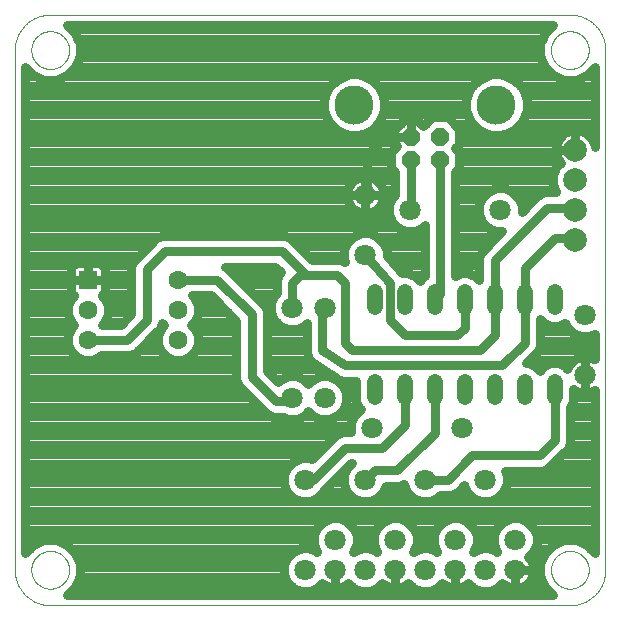
<source format=gbl>
G75*
%MOIN*%
%OFA0B0*%
%FSLAX25Y25*%
%IPPOS*%
%LPD*%
%AMOC8*
5,1,8,0,0,1.08239X$1,22.5*
%
%ADD10C,0.00000*%
%ADD11C,0.07087*%
%ADD12C,0.05200*%
%ADD13OC8,0.05740*%
%ADD14C,0.13055*%
%ADD15C,0.07874*%
%ADD16R,0.06299X0.06299*%
%ADD17C,0.06299*%
%ADD18C,0.03150*%
D10*
X0005724Y0017535D02*
X0005724Y0190764D01*
X0011236Y0190764D02*
X0011238Y0190922D01*
X0011244Y0191080D01*
X0011254Y0191238D01*
X0011268Y0191396D01*
X0011286Y0191553D01*
X0011307Y0191710D01*
X0011333Y0191866D01*
X0011363Y0192022D01*
X0011396Y0192177D01*
X0011434Y0192330D01*
X0011475Y0192483D01*
X0011520Y0192635D01*
X0011569Y0192786D01*
X0011622Y0192935D01*
X0011678Y0193083D01*
X0011738Y0193229D01*
X0011802Y0193374D01*
X0011870Y0193517D01*
X0011941Y0193659D01*
X0012015Y0193799D01*
X0012093Y0193936D01*
X0012175Y0194072D01*
X0012259Y0194206D01*
X0012348Y0194337D01*
X0012439Y0194466D01*
X0012534Y0194593D01*
X0012631Y0194718D01*
X0012732Y0194840D01*
X0012836Y0194959D01*
X0012943Y0195076D01*
X0013053Y0195190D01*
X0013166Y0195301D01*
X0013281Y0195410D01*
X0013399Y0195515D01*
X0013520Y0195617D01*
X0013643Y0195717D01*
X0013769Y0195813D01*
X0013897Y0195906D01*
X0014027Y0195996D01*
X0014160Y0196082D01*
X0014295Y0196166D01*
X0014431Y0196245D01*
X0014570Y0196322D01*
X0014711Y0196394D01*
X0014853Y0196464D01*
X0014997Y0196529D01*
X0015143Y0196591D01*
X0015290Y0196649D01*
X0015439Y0196704D01*
X0015589Y0196755D01*
X0015740Y0196802D01*
X0015892Y0196845D01*
X0016045Y0196884D01*
X0016200Y0196920D01*
X0016355Y0196951D01*
X0016511Y0196979D01*
X0016667Y0197003D01*
X0016824Y0197023D01*
X0016982Y0197039D01*
X0017139Y0197051D01*
X0017298Y0197059D01*
X0017456Y0197063D01*
X0017614Y0197063D01*
X0017772Y0197059D01*
X0017931Y0197051D01*
X0018088Y0197039D01*
X0018246Y0197023D01*
X0018403Y0197003D01*
X0018559Y0196979D01*
X0018715Y0196951D01*
X0018870Y0196920D01*
X0019025Y0196884D01*
X0019178Y0196845D01*
X0019330Y0196802D01*
X0019481Y0196755D01*
X0019631Y0196704D01*
X0019780Y0196649D01*
X0019927Y0196591D01*
X0020073Y0196529D01*
X0020217Y0196464D01*
X0020359Y0196394D01*
X0020500Y0196322D01*
X0020639Y0196245D01*
X0020775Y0196166D01*
X0020910Y0196082D01*
X0021043Y0195996D01*
X0021173Y0195906D01*
X0021301Y0195813D01*
X0021427Y0195717D01*
X0021550Y0195617D01*
X0021671Y0195515D01*
X0021789Y0195410D01*
X0021904Y0195301D01*
X0022017Y0195190D01*
X0022127Y0195076D01*
X0022234Y0194959D01*
X0022338Y0194840D01*
X0022439Y0194718D01*
X0022536Y0194593D01*
X0022631Y0194466D01*
X0022722Y0194337D01*
X0022811Y0194206D01*
X0022895Y0194072D01*
X0022977Y0193936D01*
X0023055Y0193799D01*
X0023129Y0193659D01*
X0023200Y0193517D01*
X0023268Y0193374D01*
X0023332Y0193229D01*
X0023392Y0193083D01*
X0023448Y0192935D01*
X0023501Y0192786D01*
X0023550Y0192635D01*
X0023595Y0192483D01*
X0023636Y0192330D01*
X0023674Y0192177D01*
X0023707Y0192022D01*
X0023737Y0191866D01*
X0023763Y0191710D01*
X0023784Y0191553D01*
X0023802Y0191396D01*
X0023816Y0191238D01*
X0023826Y0191080D01*
X0023832Y0190922D01*
X0023834Y0190764D01*
X0023832Y0190606D01*
X0023826Y0190448D01*
X0023816Y0190290D01*
X0023802Y0190132D01*
X0023784Y0189975D01*
X0023763Y0189818D01*
X0023737Y0189662D01*
X0023707Y0189506D01*
X0023674Y0189351D01*
X0023636Y0189198D01*
X0023595Y0189045D01*
X0023550Y0188893D01*
X0023501Y0188742D01*
X0023448Y0188593D01*
X0023392Y0188445D01*
X0023332Y0188299D01*
X0023268Y0188154D01*
X0023200Y0188011D01*
X0023129Y0187869D01*
X0023055Y0187729D01*
X0022977Y0187592D01*
X0022895Y0187456D01*
X0022811Y0187322D01*
X0022722Y0187191D01*
X0022631Y0187062D01*
X0022536Y0186935D01*
X0022439Y0186810D01*
X0022338Y0186688D01*
X0022234Y0186569D01*
X0022127Y0186452D01*
X0022017Y0186338D01*
X0021904Y0186227D01*
X0021789Y0186118D01*
X0021671Y0186013D01*
X0021550Y0185911D01*
X0021427Y0185811D01*
X0021301Y0185715D01*
X0021173Y0185622D01*
X0021043Y0185532D01*
X0020910Y0185446D01*
X0020775Y0185362D01*
X0020639Y0185283D01*
X0020500Y0185206D01*
X0020359Y0185134D01*
X0020217Y0185064D01*
X0020073Y0184999D01*
X0019927Y0184937D01*
X0019780Y0184879D01*
X0019631Y0184824D01*
X0019481Y0184773D01*
X0019330Y0184726D01*
X0019178Y0184683D01*
X0019025Y0184644D01*
X0018870Y0184608D01*
X0018715Y0184577D01*
X0018559Y0184549D01*
X0018403Y0184525D01*
X0018246Y0184505D01*
X0018088Y0184489D01*
X0017931Y0184477D01*
X0017772Y0184469D01*
X0017614Y0184465D01*
X0017456Y0184465D01*
X0017298Y0184469D01*
X0017139Y0184477D01*
X0016982Y0184489D01*
X0016824Y0184505D01*
X0016667Y0184525D01*
X0016511Y0184549D01*
X0016355Y0184577D01*
X0016200Y0184608D01*
X0016045Y0184644D01*
X0015892Y0184683D01*
X0015740Y0184726D01*
X0015589Y0184773D01*
X0015439Y0184824D01*
X0015290Y0184879D01*
X0015143Y0184937D01*
X0014997Y0184999D01*
X0014853Y0185064D01*
X0014711Y0185134D01*
X0014570Y0185206D01*
X0014431Y0185283D01*
X0014295Y0185362D01*
X0014160Y0185446D01*
X0014027Y0185532D01*
X0013897Y0185622D01*
X0013769Y0185715D01*
X0013643Y0185811D01*
X0013520Y0185911D01*
X0013399Y0186013D01*
X0013281Y0186118D01*
X0013166Y0186227D01*
X0013053Y0186338D01*
X0012943Y0186452D01*
X0012836Y0186569D01*
X0012732Y0186688D01*
X0012631Y0186810D01*
X0012534Y0186935D01*
X0012439Y0187062D01*
X0012348Y0187191D01*
X0012259Y0187322D01*
X0012175Y0187456D01*
X0012093Y0187592D01*
X0012015Y0187729D01*
X0011941Y0187869D01*
X0011870Y0188011D01*
X0011802Y0188154D01*
X0011738Y0188299D01*
X0011678Y0188445D01*
X0011622Y0188593D01*
X0011569Y0188742D01*
X0011520Y0188893D01*
X0011475Y0189045D01*
X0011434Y0189198D01*
X0011396Y0189351D01*
X0011363Y0189506D01*
X0011333Y0189662D01*
X0011307Y0189818D01*
X0011286Y0189975D01*
X0011268Y0190132D01*
X0011254Y0190290D01*
X0011244Y0190448D01*
X0011238Y0190606D01*
X0011236Y0190764D01*
X0005724Y0190764D02*
X0005727Y0191049D01*
X0005738Y0191335D01*
X0005755Y0191620D01*
X0005779Y0191904D01*
X0005810Y0192188D01*
X0005848Y0192471D01*
X0005893Y0192752D01*
X0005944Y0193033D01*
X0006002Y0193313D01*
X0006067Y0193591D01*
X0006139Y0193867D01*
X0006217Y0194141D01*
X0006302Y0194414D01*
X0006394Y0194684D01*
X0006492Y0194952D01*
X0006596Y0195218D01*
X0006707Y0195481D01*
X0006824Y0195741D01*
X0006947Y0195999D01*
X0007077Y0196253D01*
X0007213Y0196504D01*
X0007354Y0196752D01*
X0007502Y0196996D01*
X0007655Y0197237D01*
X0007815Y0197473D01*
X0007980Y0197706D01*
X0008150Y0197935D01*
X0008326Y0198160D01*
X0008508Y0198380D01*
X0008694Y0198596D01*
X0008886Y0198807D01*
X0009083Y0199014D01*
X0009285Y0199216D01*
X0009492Y0199413D01*
X0009703Y0199605D01*
X0009919Y0199791D01*
X0010139Y0199973D01*
X0010364Y0200149D01*
X0010593Y0200319D01*
X0010826Y0200484D01*
X0011062Y0200644D01*
X0011303Y0200797D01*
X0011547Y0200945D01*
X0011795Y0201086D01*
X0012046Y0201222D01*
X0012300Y0201352D01*
X0012558Y0201475D01*
X0012818Y0201592D01*
X0013081Y0201703D01*
X0013347Y0201807D01*
X0013615Y0201905D01*
X0013885Y0201997D01*
X0014158Y0202082D01*
X0014432Y0202160D01*
X0014708Y0202232D01*
X0014986Y0202297D01*
X0015266Y0202355D01*
X0015547Y0202406D01*
X0015828Y0202451D01*
X0016111Y0202489D01*
X0016395Y0202520D01*
X0016679Y0202544D01*
X0016964Y0202561D01*
X0017250Y0202572D01*
X0017535Y0202575D01*
X0190764Y0202575D01*
X0184465Y0190764D02*
X0184467Y0190922D01*
X0184473Y0191080D01*
X0184483Y0191238D01*
X0184497Y0191396D01*
X0184515Y0191553D01*
X0184536Y0191710D01*
X0184562Y0191866D01*
X0184592Y0192022D01*
X0184625Y0192177D01*
X0184663Y0192330D01*
X0184704Y0192483D01*
X0184749Y0192635D01*
X0184798Y0192786D01*
X0184851Y0192935D01*
X0184907Y0193083D01*
X0184967Y0193229D01*
X0185031Y0193374D01*
X0185099Y0193517D01*
X0185170Y0193659D01*
X0185244Y0193799D01*
X0185322Y0193936D01*
X0185404Y0194072D01*
X0185488Y0194206D01*
X0185577Y0194337D01*
X0185668Y0194466D01*
X0185763Y0194593D01*
X0185860Y0194718D01*
X0185961Y0194840D01*
X0186065Y0194959D01*
X0186172Y0195076D01*
X0186282Y0195190D01*
X0186395Y0195301D01*
X0186510Y0195410D01*
X0186628Y0195515D01*
X0186749Y0195617D01*
X0186872Y0195717D01*
X0186998Y0195813D01*
X0187126Y0195906D01*
X0187256Y0195996D01*
X0187389Y0196082D01*
X0187524Y0196166D01*
X0187660Y0196245D01*
X0187799Y0196322D01*
X0187940Y0196394D01*
X0188082Y0196464D01*
X0188226Y0196529D01*
X0188372Y0196591D01*
X0188519Y0196649D01*
X0188668Y0196704D01*
X0188818Y0196755D01*
X0188969Y0196802D01*
X0189121Y0196845D01*
X0189274Y0196884D01*
X0189429Y0196920D01*
X0189584Y0196951D01*
X0189740Y0196979D01*
X0189896Y0197003D01*
X0190053Y0197023D01*
X0190211Y0197039D01*
X0190368Y0197051D01*
X0190527Y0197059D01*
X0190685Y0197063D01*
X0190843Y0197063D01*
X0191001Y0197059D01*
X0191160Y0197051D01*
X0191317Y0197039D01*
X0191475Y0197023D01*
X0191632Y0197003D01*
X0191788Y0196979D01*
X0191944Y0196951D01*
X0192099Y0196920D01*
X0192254Y0196884D01*
X0192407Y0196845D01*
X0192559Y0196802D01*
X0192710Y0196755D01*
X0192860Y0196704D01*
X0193009Y0196649D01*
X0193156Y0196591D01*
X0193302Y0196529D01*
X0193446Y0196464D01*
X0193588Y0196394D01*
X0193729Y0196322D01*
X0193868Y0196245D01*
X0194004Y0196166D01*
X0194139Y0196082D01*
X0194272Y0195996D01*
X0194402Y0195906D01*
X0194530Y0195813D01*
X0194656Y0195717D01*
X0194779Y0195617D01*
X0194900Y0195515D01*
X0195018Y0195410D01*
X0195133Y0195301D01*
X0195246Y0195190D01*
X0195356Y0195076D01*
X0195463Y0194959D01*
X0195567Y0194840D01*
X0195668Y0194718D01*
X0195765Y0194593D01*
X0195860Y0194466D01*
X0195951Y0194337D01*
X0196040Y0194206D01*
X0196124Y0194072D01*
X0196206Y0193936D01*
X0196284Y0193799D01*
X0196358Y0193659D01*
X0196429Y0193517D01*
X0196497Y0193374D01*
X0196561Y0193229D01*
X0196621Y0193083D01*
X0196677Y0192935D01*
X0196730Y0192786D01*
X0196779Y0192635D01*
X0196824Y0192483D01*
X0196865Y0192330D01*
X0196903Y0192177D01*
X0196936Y0192022D01*
X0196966Y0191866D01*
X0196992Y0191710D01*
X0197013Y0191553D01*
X0197031Y0191396D01*
X0197045Y0191238D01*
X0197055Y0191080D01*
X0197061Y0190922D01*
X0197063Y0190764D01*
X0197061Y0190606D01*
X0197055Y0190448D01*
X0197045Y0190290D01*
X0197031Y0190132D01*
X0197013Y0189975D01*
X0196992Y0189818D01*
X0196966Y0189662D01*
X0196936Y0189506D01*
X0196903Y0189351D01*
X0196865Y0189198D01*
X0196824Y0189045D01*
X0196779Y0188893D01*
X0196730Y0188742D01*
X0196677Y0188593D01*
X0196621Y0188445D01*
X0196561Y0188299D01*
X0196497Y0188154D01*
X0196429Y0188011D01*
X0196358Y0187869D01*
X0196284Y0187729D01*
X0196206Y0187592D01*
X0196124Y0187456D01*
X0196040Y0187322D01*
X0195951Y0187191D01*
X0195860Y0187062D01*
X0195765Y0186935D01*
X0195668Y0186810D01*
X0195567Y0186688D01*
X0195463Y0186569D01*
X0195356Y0186452D01*
X0195246Y0186338D01*
X0195133Y0186227D01*
X0195018Y0186118D01*
X0194900Y0186013D01*
X0194779Y0185911D01*
X0194656Y0185811D01*
X0194530Y0185715D01*
X0194402Y0185622D01*
X0194272Y0185532D01*
X0194139Y0185446D01*
X0194004Y0185362D01*
X0193868Y0185283D01*
X0193729Y0185206D01*
X0193588Y0185134D01*
X0193446Y0185064D01*
X0193302Y0184999D01*
X0193156Y0184937D01*
X0193009Y0184879D01*
X0192860Y0184824D01*
X0192710Y0184773D01*
X0192559Y0184726D01*
X0192407Y0184683D01*
X0192254Y0184644D01*
X0192099Y0184608D01*
X0191944Y0184577D01*
X0191788Y0184549D01*
X0191632Y0184525D01*
X0191475Y0184505D01*
X0191317Y0184489D01*
X0191160Y0184477D01*
X0191001Y0184469D01*
X0190843Y0184465D01*
X0190685Y0184465D01*
X0190527Y0184469D01*
X0190368Y0184477D01*
X0190211Y0184489D01*
X0190053Y0184505D01*
X0189896Y0184525D01*
X0189740Y0184549D01*
X0189584Y0184577D01*
X0189429Y0184608D01*
X0189274Y0184644D01*
X0189121Y0184683D01*
X0188969Y0184726D01*
X0188818Y0184773D01*
X0188668Y0184824D01*
X0188519Y0184879D01*
X0188372Y0184937D01*
X0188226Y0184999D01*
X0188082Y0185064D01*
X0187940Y0185134D01*
X0187799Y0185206D01*
X0187660Y0185283D01*
X0187524Y0185362D01*
X0187389Y0185446D01*
X0187256Y0185532D01*
X0187126Y0185622D01*
X0186998Y0185715D01*
X0186872Y0185811D01*
X0186749Y0185911D01*
X0186628Y0186013D01*
X0186510Y0186118D01*
X0186395Y0186227D01*
X0186282Y0186338D01*
X0186172Y0186452D01*
X0186065Y0186569D01*
X0185961Y0186688D01*
X0185860Y0186810D01*
X0185763Y0186935D01*
X0185668Y0187062D01*
X0185577Y0187191D01*
X0185488Y0187322D01*
X0185404Y0187456D01*
X0185322Y0187592D01*
X0185244Y0187729D01*
X0185170Y0187869D01*
X0185099Y0188011D01*
X0185031Y0188154D01*
X0184967Y0188299D01*
X0184907Y0188445D01*
X0184851Y0188593D01*
X0184798Y0188742D01*
X0184749Y0188893D01*
X0184704Y0189045D01*
X0184663Y0189198D01*
X0184625Y0189351D01*
X0184592Y0189506D01*
X0184562Y0189662D01*
X0184536Y0189818D01*
X0184515Y0189975D01*
X0184497Y0190132D01*
X0184483Y0190290D01*
X0184473Y0190448D01*
X0184467Y0190606D01*
X0184465Y0190764D01*
X0190764Y0202575D02*
X0191049Y0202572D01*
X0191335Y0202561D01*
X0191620Y0202544D01*
X0191904Y0202520D01*
X0192188Y0202489D01*
X0192471Y0202451D01*
X0192752Y0202406D01*
X0193033Y0202355D01*
X0193313Y0202297D01*
X0193591Y0202232D01*
X0193867Y0202160D01*
X0194141Y0202082D01*
X0194414Y0201997D01*
X0194684Y0201905D01*
X0194952Y0201807D01*
X0195218Y0201703D01*
X0195481Y0201592D01*
X0195741Y0201475D01*
X0195999Y0201352D01*
X0196253Y0201222D01*
X0196504Y0201086D01*
X0196752Y0200945D01*
X0196996Y0200797D01*
X0197237Y0200644D01*
X0197473Y0200484D01*
X0197706Y0200319D01*
X0197935Y0200149D01*
X0198160Y0199973D01*
X0198380Y0199791D01*
X0198596Y0199605D01*
X0198807Y0199413D01*
X0199014Y0199216D01*
X0199216Y0199014D01*
X0199413Y0198807D01*
X0199605Y0198596D01*
X0199791Y0198380D01*
X0199973Y0198160D01*
X0200149Y0197935D01*
X0200319Y0197706D01*
X0200484Y0197473D01*
X0200644Y0197237D01*
X0200797Y0196996D01*
X0200945Y0196752D01*
X0201086Y0196504D01*
X0201222Y0196253D01*
X0201352Y0195999D01*
X0201475Y0195741D01*
X0201592Y0195481D01*
X0201703Y0195218D01*
X0201807Y0194952D01*
X0201905Y0194684D01*
X0201997Y0194414D01*
X0202082Y0194141D01*
X0202160Y0193867D01*
X0202232Y0193591D01*
X0202297Y0193313D01*
X0202355Y0193033D01*
X0202406Y0192752D01*
X0202451Y0192471D01*
X0202489Y0192188D01*
X0202520Y0191904D01*
X0202544Y0191620D01*
X0202561Y0191335D01*
X0202572Y0191049D01*
X0202575Y0190764D01*
X0202575Y0017535D01*
X0184465Y0017535D02*
X0184467Y0017693D01*
X0184473Y0017851D01*
X0184483Y0018009D01*
X0184497Y0018167D01*
X0184515Y0018324D01*
X0184536Y0018481D01*
X0184562Y0018637D01*
X0184592Y0018793D01*
X0184625Y0018948D01*
X0184663Y0019101D01*
X0184704Y0019254D01*
X0184749Y0019406D01*
X0184798Y0019557D01*
X0184851Y0019706D01*
X0184907Y0019854D01*
X0184967Y0020000D01*
X0185031Y0020145D01*
X0185099Y0020288D01*
X0185170Y0020430D01*
X0185244Y0020570D01*
X0185322Y0020707D01*
X0185404Y0020843D01*
X0185488Y0020977D01*
X0185577Y0021108D01*
X0185668Y0021237D01*
X0185763Y0021364D01*
X0185860Y0021489D01*
X0185961Y0021611D01*
X0186065Y0021730D01*
X0186172Y0021847D01*
X0186282Y0021961D01*
X0186395Y0022072D01*
X0186510Y0022181D01*
X0186628Y0022286D01*
X0186749Y0022388D01*
X0186872Y0022488D01*
X0186998Y0022584D01*
X0187126Y0022677D01*
X0187256Y0022767D01*
X0187389Y0022853D01*
X0187524Y0022937D01*
X0187660Y0023016D01*
X0187799Y0023093D01*
X0187940Y0023165D01*
X0188082Y0023235D01*
X0188226Y0023300D01*
X0188372Y0023362D01*
X0188519Y0023420D01*
X0188668Y0023475D01*
X0188818Y0023526D01*
X0188969Y0023573D01*
X0189121Y0023616D01*
X0189274Y0023655D01*
X0189429Y0023691D01*
X0189584Y0023722D01*
X0189740Y0023750D01*
X0189896Y0023774D01*
X0190053Y0023794D01*
X0190211Y0023810D01*
X0190368Y0023822D01*
X0190527Y0023830D01*
X0190685Y0023834D01*
X0190843Y0023834D01*
X0191001Y0023830D01*
X0191160Y0023822D01*
X0191317Y0023810D01*
X0191475Y0023794D01*
X0191632Y0023774D01*
X0191788Y0023750D01*
X0191944Y0023722D01*
X0192099Y0023691D01*
X0192254Y0023655D01*
X0192407Y0023616D01*
X0192559Y0023573D01*
X0192710Y0023526D01*
X0192860Y0023475D01*
X0193009Y0023420D01*
X0193156Y0023362D01*
X0193302Y0023300D01*
X0193446Y0023235D01*
X0193588Y0023165D01*
X0193729Y0023093D01*
X0193868Y0023016D01*
X0194004Y0022937D01*
X0194139Y0022853D01*
X0194272Y0022767D01*
X0194402Y0022677D01*
X0194530Y0022584D01*
X0194656Y0022488D01*
X0194779Y0022388D01*
X0194900Y0022286D01*
X0195018Y0022181D01*
X0195133Y0022072D01*
X0195246Y0021961D01*
X0195356Y0021847D01*
X0195463Y0021730D01*
X0195567Y0021611D01*
X0195668Y0021489D01*
X0195765Y0021364D01*
X0195860Y0021237D01*
X0195951Y0021108D01*
X0196040Y0020977D01*
X0196124Y0020843D01*
X0196206Y0020707D01*
X0196284Y0020570D01*
X0196358Y0020430D01*
X0196429Y0020288D01*
X0196497Y0020145D01*
X0196561Y0020000D01*
X0196621Y0019854D01*
X0196677Y0019706D01*
X0196730Y0019557D01*
X0196779Y0019406D01*
X0196824Y0019254D01*
X0196865Y0019101D01*
X0196903Y0018948D01*
X0196936Y0018793D01*
X0196966Y0018637D01*
X0196992Y0018481D01*
X0197013Y0018324D01*
X0197031Y0018167D01*
X0197045Y0018009D01*
X0197055Y0017851D01*
X0197061Y0017693D01*
X0197063Y0017535D01*
X0197061Y0017377D01*
X0197055Y0017219D01*
X0197045Y0017061D01*
X0197031Y0016903D01*
X0197013Y0016746D01*
X0196992Y0016589D01*
X0196966Y0016433D01*
X0196936Y0016277D01*
X0196903Y0016122D01*
X0196865Y0015969D01*
X0196824Y0015816D01*
X0196779Y0015664D01*
X0196730Y0015513D01*
X0196677Y0015364D01*
X0196621Y0015216D01*
X0196561Y0015070D01*
X0196497Y0014925D01*
X0196429Y0014782D01*
X0196358Y0014640D01*
X0196284Y0014500D01*
X0196206Y0014363D01*
X0196124Y0014227D01*
X0196040Y0014093D01*
X0195951Y0013962D01*
X0195860Y0013833D01*
X0195765Y0013706D01*
X0195668Y0013581D01*
X0195567Y0013459D01*
X0195463Y0013340D01*
X0195356Y0013223D01*
X0195246Y0013109D01*
X0195133Y0012998D01*
X0195018Y0012889D01*
X0194900Y0012784D01*
X0194779Y0012682D01*
X0194656Y0012582D01*
X0194530Y0012486D01*
X0194402Y0012393D01*
X0194272Y0012303D01*
X0194139Y0012217D01*
X0194004Y0012133D01*
X0193868Y0012054D01*
X0193729Y0011977D01*
X0193588Y0011905D01*
X0193446Y0011835D01*
X0193302Y0011770D01*
X0193156Y0011708D01*
X0193009Y0011650D01*
X0192860Y0011595D01*
X0192710Y0011544D01*
X0192559Y0011497D01*
X0192407Y0011454D01*
X0192254Y0011415D01*
X0192099Y0011379D01*
X0191944Y0011348D01*
X0191788Y0011320D01*
X0191632Y0011296D01*
X0191475Y0011276D01*
X0191317Y0011260D01*
X0191160Y0011248D01*
X0191001Y0011240D01*
X0190843Y0011236D01*
X0190685Y0011236D01*
X0190527Y0011240D01*
X0190368Y0011248D01*
X0190211Y0011260D01*
X0190053Y0011276D01*
X0189896Y0011296D01*
X0189740Y0011320D01*
X0189584Y0011348D01*
X0189429Y0011379D01*
X0189274Y0011415D01*
X0189121Y0011454D01*
X0188969Y0011497D01*
X0188818Y0011544D01*
X0188668Y0011595D01*
X0188519Y0011650D01*
X0188372Y0011708D01*
X0188226Y0011770D01*
X0188082Y0011835D01*
X0187940Y0011905D01*
X0187799Y0011977D01*
X0187660Y0012054D01*
X0187524Y0012133D01*
X0187389Y0012217D01*
X0187256Y0012303D01*
X0187126Y0012393D01*
X0186998Y0012486D01*
X0186872Y0012582D01*
X0186749Y0012682D01*
X0186628Y0012784D01*
X0186510Y0012889D01*
X0186395Y0012998D01*
X0186282Y0013109D01*
X0186172Y0013223D01*
X0186065Y0013340D01*
X0185961Y0013459D01*
X0185860Y0013581D01*
X0185763Y0013706D01*
X0185668Y0013833D01*
X0185577Y0013962D01*
X0185488Y0014093D01*
X0185404Y0014227D01*
X0185322Y0014363D01*
X0185244Y0014500D01*
X0185170Y0014640D01*
X0185099Y0014782D01*
X0185031Y0014925D01*
X0184967Y0015070D01*
X0184907Y0015216D01*
X0184851Y0015364D01*
X0184798Y0015513D01*
X0184749Y0015664D01*
X0184704Y0015816D01*
X0184663Y0015969D01*
X0184625Y0016122D01*
X0184592Y0016277D01*
X0184562Y0016433D01*
X0184536Y0016589D01*
X0184515Y0016746D01*
X0184497Y0016903D01*
X0184483Y0017061D01*
X0184473Y0017219D01*
X0184467Y0017377D01*
X0184465Y0017535D01*
X0190764Y0005724D02*
X0191049Y0005727D01*
X0191335Y0005738D01*
X0191620Y0005755D01*
X0191904Y0005779D01*
X0192188Y0005810D01*
X0192471Y0005848D01*
X0192752Y0005893D01*
X0193033Y0005944D01*
X0193313Y0006002D01*
X0193591Y0006067D01*
X0193867Y0006139D01*
X0194141Y0006217D01*
X0194414Y0006302D01*
X0194684Y0006394D01*
X0194952Y0006492D01*
X0195218Y0006596D01*
X0195481Y0006707D01*
X0195741Y0006824D01*
X0195999Y0006947D01*
X0196253Y0007077D01*
X0196504Y0007213D01*
X0196752Y0007354D01*
X0196996Y0007502D01*
X0197237Y0007655D01*
X0197473Y0007815D01*
X0197706Y0007980D01*
X0197935Y0008150D01*
X0198160Y0008326D01*
X0198380Y0008508D01*
X0198596Y0008694D01*
X0198807Y0008886D01*
X0199014Y0009083D01*
X0199216Y0009285D01*
X0199413Y0009492D01*
X0199605Y0009703D01*
X0199791Y0009919D01*
X0199973Y0010139D01*
X0200149Y0010364D01*
X0200319Y0010593D01*
X0200484Y0010826D01*
X0200644Y0011062D01*
X0200797Y0011303D01*
X0200945Y0011547D01*
X0201086Y0011795D01*
X0201222Y0012046D01*
X0201352Y0012300D01*
X0201475Y0012558D01*
X0201592Y0012818D01*
X0201703Y0013081D01*
X0201807Y0013347D01*
X0201905Y0013615D01*
X0201997Y0013885D01*
X0202082Y0014158D01*
X0202160Y0014432D01*
X0202232Y0014708D01*
X0202297Y0014986D01*
X0202355Y0015266D01*
X0202406Y0015547D01*
X0202451Y0015828D01*
X0202489Y0016111D01*
X0202520Y0016395D01*
X0202544Y0016679D01*
X0202561Y0016964D01*
X0202572Y0017250D01*
X0202575Y0017535D01*
X0190764Y0005724D02*
X0017535Y0005724D01*
X0011236Y0017535D02*
X0011238Y0017693D01*
X0011244Y0017851D01*
X0011254Y0018009D01*
X0011268Y0018167D01*
X0011286Y0018324D01*
X0011307Y0018481D01*
X0011333Y0018637D01*
X0011363Y0018793D01*
X0011396Y0018948D01*
X0011434Y0019101D01*
X0011475Y0019254D01*
X0011520Y0019406D01*
X0011569Y0019557D01*
X0011622Y0019706D01*
X0011678Y0019854D01*
X0011738Y0020000D01*
X0011802Y0020145D01*
X0011870Y0020288D01*
X0011941Y0020430D01*
X0012015Y0020570D01*
X0012093Y0020707D01*
X0012175Y0020843D01*
X0012259Y0020977D01*
X0012348Y0021108D01*
X0012439Y0021237D01*
X0012534Y0021364D01*
X0012631Y0021489D01*
X0012732Y0021611D01*
X0012836Y0021730D01*
X0012943Y0021847D01*
X0013053Y0021961D01*
X0013166Y0022072D01*
X0013281Y0022181D01*
X0013399Y0022286D01*
X0013520Y0022388D01*
X0013643Y0022488D01*
X0013769Y0022584D01*
X0013897Y0022677D01*
X0014027Y0022767D01*
X0014160Y0022853D01*
X0014295Y0022937D01*
X0014431Y0023016D01*
X0014570Y0023093D01*
X0014711Y0023165D01*
X0014853Y0023235D01*
X0014997Y0023300D01*
X0015143Y0023362D01*
X0015290Y0023420D01*
X0015439Y0023475D01*
X0015589Y0023526D01*
X0015740Y0023573D01*
X0015892Y0023616D01*
X0016045Y0023655D01*
X0016200Y0023691D01*
X0016355Y0023722D01*
X0016511Y0023750D01*
X0016667Y0023774D01*
X0016824Y0023794D01*
X0016982Y0023810D01*
X0017139Y0023822D01*
X0017298Y0023830D01*
X0017456Y0023834D01*
X0017614Y0023834D01*
X0017772Y0023830D01*
X0017931Y0023822D01*
X0018088Y0023810D01*
X0018246Y0023794D01*
X0018403Y0023774D01*
X0018559Y0023750D01*
X0018715Y0023722D01*
X0018870Y0023691D01*
X0019025Y0023655D01*
X0019178Y0023616D01*
X0019330Y0023573D01*
X0019481Y0023526D01*
X0019631Y0023475D01*
X0019780Y0023420D01*
X0019927Y0023362D01*
X0020073Y0023300D01*
X0020217Y0023235D01*
X0020359Y0023165D01*
X0020500Y0023093D01*
X0020639Y0023016D01*
X0020775Y0022937D01*
X0020910Y0022853D01*
X0021043Y0022767D01*
X0021173Y0022677D01*
X0021301Y0022584D01*
X0021427Y0022488D01*
X0021550Y0022388D01*
X0021671Y0022286D01*
X0021789Y0022181D01*
X0021904Y0022072D01*
X0022017Y0021961D01*
X0022127Y0021847D01*
X0022234Y0021730D01*
X0022338Y0021611D01*
X0022439Y0021489D01*
X0022536Y0021364D01*
X0022631Y0021237D01*
X0022722Y0021108D01*
X0022811Y0020977D01*
X0022895Y0020843D01*
X0022977Y0020707D01*
X0023055Y0020570D01*
X0023129Y0020430D01*
X0023200Y0020288D01*
X0023268Y0020145D01*
X0023332Y0020000D01*
X0023392Y0019854D01*
X0023448Y0019706D01*
X0023501Y0019557D01*
X0023550Y0019406D01*
X0023595Y0019254D01*
X0023636Y0019101D01*
X0023674Y0018948D01*
X0023707Y0018793D01*
X0023737Y0018637D01*
X0023763Y0018481D01*
X0023784Y0018324D01*
X0023802Y0018167D01*
X0023816Y0018009D01*
X0023826Y0017851D01*
X0023832Y0017693D01*
X0023834Y0017535D01*
X0023832Y0017377D01*
X0023826Y0017219D01*
X0023816Y0017061D01*
X0023802Y0016903D01*
X0023784Y0016746D01*
X0023763Y0016589D01*
X0023737Y0016433D01*
X0023707Y0016277D01*
X0023674Y0016122D01*
X0023636Y0015969D01*
X0023595Y0015816D01*
X0023550Y0015664D01*
X0023501Y0015513D01*
X0023448Y0015364D01*
X0023392Y0015216D01*
X0023332Y0015070D01*
X0023268Y0014925D01*
X0023200Y0014782D01*
X0023129Y0014640D01*
X0023055Y0014500D01*
X0022977Y0014363D01*
X0022895Y0014227D01*
X0022811Y0014093D01*
X0022722Y0013962D01*
X0022631Y0013833D01*
X0022536Y0013706D01*
X0022439Y0013581D01*
X0022338Y0013459D01*
X0022234Y0013340D01*
X0022127Y0013223D01*
X0022017Y0013109D01*
X0021904Y0012998D01*
X0021789Y0012889D01*
X0021671Y0012784D01*
X0021550Y0012682D01*
X0021427Y0012582D01*
X0021301Y0012486D01*
X0021173Y0012393D01*
X0021043Y0012303D01*
X0020910Y0012217D01*
X0020775Y0012133D01*
X0020639Y0012054D01*
X0020500Y0011977D01*
X0020359Y0011905D01*
X0020217Y0011835D01*
X0020073Y0011770D01*
X0019927Y0011708D01*
X0019780Y0011650D01*
X0019631Y0011595D01*
X0019481Y0011544D01*
X0019330Y0011497D01*
X0019178Y0011454D01*
X0019025Y0011415D01*
X0018870Y0011379D01*
X0018715Y0011348D01*
X0018559Y0011320D01*
X0018403Y0011296D01*
X0018246Y0011276D01*
X0018088Y0011260D01*
X0017931Y0011248D01*
X0017772Y0011240D01*
X0017614Y0011236D01*
X0017456Y0011236D01*
X0017298Y0011240D01*
X0017139Y0011248D01*
X0016982Y0011260D01*
X0016824Y0011276D01*
X0016667Y0011296D01*
X0016511Y0011320D01*
X0016355Y0011348D01*
X0016200Y0011379D01*
X0016045Y0011415D01*
X0015892Y0011454D01*
X0015740Y0011497D01*
X0015589Y0011544D01*
X0015439Y0011595D01*
X0015290Y0011650D01*
X0015143Y0011708D01*
X0014997Y0011770D01*
X0014853Y0011835D01*
X0014711Y0011905D01*
X0014570Y0011977D01*
X0014431Y0012054D01*
X0014295Y0012133D01*
X0014160Y0012217D01*
X0014027Y0012303D01*
X0013897Y0012393D01*
X0013769Y0012486D01*
X0013643Y0012582D01*
X0013520Y0012682D01*
X0013399Y0012784D01*
X0013281Y0012889D01*
X0013166Y0012998D01*
X0013053Y0013109D01*
X0012943Y0013223D01*
X0012836Y0013340D01*
X0012732Y0013459D01*
X0012631Y0013581D01*
X0012534Y0013706D01*
X0012439Y0013833D01*
X0012348Y0013962D01*
X0012259Y0014093D01*
X0012175Y0014227D01*
X0012093Y0014363D01*
X0012015Y0014500D01*
X0011941Y0014640D01*
X0011870Y0014782D01*
X0011802Y0014925D01*
X0011738Y0015070D01*
X0011678Y0015216D01*
X0011622Y0015364D01*
X0011569Y0015513D01*
X0011520Y0015664D01*
X0011475Y0015816D01*
X0011434Y0015969D01*
X0011396Y0016122D01*
X0011363Y0016277D01*
X0011333Y0016433D01*
X0011307Y0016589D01*
X0011286Y0016746D01*
X0011268Y0016903D01*
X0011254Y0017061D01*
X0011244Y0017219D01*
X0011238Y0017377D01*
X0011236Y0017535D01*
X0005724Y0017535D02*
X0005727Y0017250D01*
X0005738Y0016964D01*
X0005755Y0016679D01*
X0005779Y0016395D01*
X0005810Y0016111D01*
X0005848Y0015828D01*
X0005893Y0015547D01*
X0005944Y0015266D01*
X0006002Y0014986D01*
X0006067Y0014708D01*
X0006139Y0014432D01*
X0006217Y0014158D01*
X0006302Y0013885D01*
X0006394Y0013615D01*
X0006492Y0013347D01*
X0006596Y0013081D01*
X0006707Y0012818D01*
X0006824Y0012558D01*
X0006947Y0012300D01*
X0007077Y0012046D01*
X0007213Y0011795D01*
X0007354Y0011547D01*
X0007502Y0011303D01*
X0007655Y0011062D01*
X0007815Y0010826D01*
X0007980Y0010593D01*
X0008150Y0010364D01*
X0008326Y0010139D01*
X0008508Y0009919D01*
X0008694Y0009703D01*
X0008886Y0009492D01*
X0009083Y0009285D01*
X0009285Y0009083D01*
X0009492Y0008886D01*
X0009703Y0008694D01*
X0009919Y0008508D01*
X0010139Y0008326D01*
X0010364Y0008150D01*
X0010593Y0007980D01*
X0010826Y0007815D01*
X0011062Y0007655D01*
X0011303Y0007502D01*
X0011547Y0007354D01*
X0011795Y0007213D01*
X0012046Y0007077D01*
X0012300Y0006947D01*
X0012558Y0006824D01*
X0012818Y0006707D01*
X0013081Y0006596D01*
X0013347Y0006492D01*
X0013615Y0006394D01*
X0013885Y0006302D01*
X0014158Y0006217D01*
X0014432Y0006139D01*
X0014708Y0006067D01*
X0014986Y0006002D01*
X0015266Y0005944D01*
X0015547Y0005893D01*
X0015828Y0005848D01*
X0016111Y0005810D01*
X0016395Y0005779D01*
X0016679Y0005755D01*
X0016964Y0005738D01*
X0017250Y0005727D01*
X0017535Y0005724D01*
D11*
X0098224Y0074937D03*
X0109012Y0074937D03*
X0124937Y0064937D03*
X0122575Y0047575D03*
X0142575Y0047575D03*
X0154937Y0064937D03*
X0162575Y0047575D03*
X0172575Y0027575D03*
X0172575Y0017575D03*
X0162575Y0017575D03*
X0152575Y0017575D03*
X0152575Y0027575D03*
X0142575Y0017575D03*
X0132575Y0017575D03*
X0132575Y0027575D03*
X0122575Y0017575D03*
X0112575Y0017575D03*
X0112575Y0027575D03*
X0102575Y0017575D03*
X0102575Y0047575D03*
X0098224Y0104937D03*
X0109012Y0104937D03*
X0122575Y0122575D03*
X0137575Y0137575D03*
X0122575Y0142575D03*
X0167575Y0137575D03*
X0195724Y0102575D03*
X0195724Y0082575D03*
D12*
X0185724Y0080175D02*
X0185724Y0074975D01*
X0175724Y0074975D02*
X0175724Y0080175D01*
X0165724Y0080175D02*
X0165724Y0074975D01*
X0155724Y0074975D02*
X0155724Y0080175D01*
X0145724Y0080175D02*
X0145724Y0074975D01*
X0135724Y0074975D02*
X0135724Y0080175D01*
X0125724Y0080175D02*
X0125724Y0074975D01*
X0125724Y0104975D02*
X0125724Y0110175D01*
X0135724Y0110175D02*
X0135724Y0104975D01*
X0145724Y0104975D02*
X0145724Y0110175D01*
X0155724Y0110175D02*
X0155724Y0104975D01*
X0165724Y0104975D02*
X0165724Y0110175D01*
X0175724Y0110175D02*
X0175724Y0104975D01*
X0185724Y0104975D02*
X0185724Y0110175D01*
D13*
X0147496Y0154031D03*
X0147496Y0161906D03*
X0137654Y0161906D03*
X0137654Y0154031D03*
D14*
X0118874Y0172575D03*
X0166276Y0172575D03*
D15*
X0192575Y0157575D03*
X0192575Y0147575D03*
X0192575Y0137575D03*
X0192575Y0127575D03*
D16*
X0030094Y0114150D03*
D17*
X0030094Y0104150D03*
X0030094Y0094150D03*
X0060094Y0094150D03*
X0060094Y0104150D03*
X0060094Y0114150D03*
D18*
X0073299Y0114150D01*
X0084724Y0102724D01*
X0084724Y0081724D01*
X0092724Y0073724D01*
X0097012Y0073724D01*
X0098224Y0074937D01*
X0093476Y0080211D02*
X0089843Y0083844D01*
X0089843Y0103742D01*
X0089063Y0105624D01*
X0087624Y0107063D01*
X0076198Y0118489D01*
X0075914Y0118606D01*
X0092604Y0118606D01*
X0094486Y0116724D01*
X0093885Y0116124D01*
X0093106Y0114242D01*
X0093106Y0109841D01*
X0092217Y0108951D01*
X0091138Y0106347D01*
X0091138Y0103527D01*
X0092217Y0100923D01*
X0094210Y0098929D01*
X0096815Y0097850D01*
X0099634Y0097850D01*
X0102239Y0098929D01*
X0103106Y0099797D01*
X0103106Y0091226D01*
X0103006Y0090719D01*
X0103106Y0090218D01*
X0103106Y0089706D01*
X0103304Y0089229D01*
X0103405Y0088722D01*
X0103690Y0088298D01*
X0103885Y0087825D01*
X0104251Y0087460D01*
X0104538Y0087031D01*
X0104964Y0086747D01*
X0105325Y0086385D01*
X0105803Y0086188D01*
X0112464Y0081747D01*
X0112825Y0081385D01*
X0113303Y0081188D01*
X0113732Y0080901D01*
X0114234Y0080802D01*
X0114706Y0080606D01*
X0115223Y0080606D01*
X0115730Y0080506D01*
X0116231Y0080606D01*
X0119581Y0080606D01*
X0119581Y0073753D01*
X0120516Y0071495D01*
X0121024Y0070987D01*
X0120923Y0070945D01*
X0118929Y0068951D01*
X0117850Y0066347D01*
X0117850Y0063527D01*
X0117927Y0063343D01*
X0114706Y0063343D01*
X0112825Y0062563D01*
X0111385Y0061124D01*
X0104648Y0054386D01*
X0103984Y0054661D01*
X0101165Y0054661D01*
X0098561Y0053583D01*
X0096567Y0051589D01*
X0095488Y0048984D01*
X0095488Y0046165D01*
X0096567Y0043561D01*
X0098561Y0041567D01*
X0101165Y0040488D01*
X0103984Y0040488D01*
X0106589Y0041567D01*
X0108583Y0043561D01*
X0108783Y0044045D01*
X0117844Y0053106D01*
X0118084Y0053106D01*
X0116567Y0051589D01*
X0115488Y0048984D01*
X0115488Y0046165D01*
X0116567Y0043561D01*
X0118561Y0041567D01*
X0121165Y0040488D01*
X0123984Y0040488D01*
X0126589Y0041567D01*
X0128583Y0043561D01*
X0129430Y0045606D01*
X0134242Y0045606D01*
X0135503Y0046129D01*
X0136567Y0043561D01*
X0138561Y0041567D01*
X0141165Y0040488D01*
X0143984Y0040488D01*
X0146589Y0041567D01*
X0147479Y0042457D01*
X0151093Y0042457D01*
X0152974Y0043236D01*
X0155610Y0045872D01*
X0156567Y0043561D01*
X0158561Y0041567D01*
X0161165Y0040488D01*
X0163984Y0040488D01*
X0166589Y0041567D01*
X0168583Y0043561D01*
X0169661Y0046165D01*
X0169661Y0048984D01*
X0168990Y0050606D01*
X0181742Y0050606D01*
X0183624Y0051385D01*
X0188624Y0056385D01*
X0190063Y0057825D01*
X0190843Y0059706D01*
X0190843Y0071405D01*
X0190932Y0071495D01*
X0191868Y0073753D01*
X0191868Y0077814D01*
X0192518Y0077342D01*
X0193376Y0076905D01*
X0194292Y0076607D01*
X0195243Y0076457D01*
X0195724Y0076457D01*
X0195724Y0082575D01*
X0195724Y0088693D01*
X0195243Y0088693D01*
X0194292Y0088542D01*
X0193376Y0088245D01*
X0192518Y0087807D01*
X0191739Y0087241D01*
X0191058Y0086560D01*
X0190492Y0085781D01*
X0190055Y0084923D01*
X0189959Y0084628D01*
X0189204Y0085383D01*
X0186946Y0086318D01*
X0184502Y0086318D01*
X0182245Y0085383D01*
X0180724Y0083863D01*
X0179204Y0085383D01*
X0176946Y0086318D01*
X0176056Y0086318D01*
X0180063Y0090325D01*
X0180843Y0092206D01*
X0180843Y0094242D01*
X0180843Y0101169D01*
X0182245Y0099767D01*
X0184502Y0098831D01*
X0186946Y0098831D01*
X0189204Y0099767D01*
X0189213Y0099776D01*
X0189717Y0098561D01*
X0191710Y0096567D01*
X0194315Y0095488D01*
X0197134Y0095488D01*
X0199031Y0096274D01*
X0199031Y0087734D01*
X0198931Y0087807D01*
X0198073Y0088245D01*
X0197157Y0088542D01*
X0196206Y0088693D01*
X0195724Y0088693D01*
X0195724Y0082575D01*
X0195724Y0082575D01*
X0195724Y0082575D01*
X0195724Y0076457D01*
X0196206Y0076457D01*
X0197157Y0076607D01*
X0198073Y0076905D01*
X0198931Y0077342D01*
X0199031Y0077415D01*
X0199031Y0023187D01*
X0196339Y0025880D01*
X0192722Y0027378D01*
X0188806Y0027378D01*
X0185188Y0025880D01*
X0182420Y0023111D01*
X0180921Y0019493D01*
X0180921Y0015578D01*
X0182420Y0011960D01*
X0185112Y0009268D01*
X0023187Y0009268D01*
X0025880Y0011960D01*
X0027378Y0015578D01*
X0027378Y0019493D01*
X0025880Y0023111D01*
X0023111Y0025880D01*
X0019493Y0027378D01*
X0015578Y0027378D01*
X0011960Y0025880D01*
X0009268Y0023187D01*
X0009268Y0185112D01*
X0011960Y0182420D01*
X0015578Y0180921D01*
X0019493Y0180921D01*
X0023111Y0182420D01*
X0025880Y0185188D01*
X0027378Y0188806D01*
X0027378Y0192722D01*
X0025880Y0196339D01*
X0023187Y0199031D01*
X0185112Y0199031D01*
X0182420Y0196339D01*
X0180921Y0192722D01*
X0180921Y0188806D01*
X0182420Y0185188D01*
X0185188Y0182420D01*
X0188806Y0180921D01*
X0192722Y0180921D01*
X0196339Y0182420D01*
X0199031Y0185112D01*
X0199031Y0158420D01*
X0198975Y0158848D01*
X0198754Y0159672D01*
X0198428Y0160461D01*
X0198001Y0161200D01*
X0197481Y0161878D01*
X0196878Y0162481D01*
X0196200Y0163001D01*
X0195461Y0163428D01*
X0194672Y0163754D01*
X0193848Y0163975D01*
X0193002Y0164087D01*
X0192575Y0164087D01*
X0192575Y0157575D01*
X0192575Y0157575D01*
X0192575Y0164087D01*
X0192148Y0164087D01*
X0191302Y0163975D01*
X0190477Y0163754D01*
X0189689Y0163428D01*
X0188949Y0163001D01*
X0188272Y0162481D01*
X0187668Y0161878D01*
X0187149Y0161200D01*
X0186722Y0160461D01*
X0186395Y0159672D01*
X0186174Y0158848D01*
X0186063Y0158002D01*
X0186063Y0157575D01*
X0192575Y0157575D01*
X0192575Y0157575D01*
X0186063Y0157575D01*
X0186063Y0157148D01*
X0186174Y0156302D01*
X0186395Y0155477D01*
X0186722Y0154689D01*
X0187149Y0153949D01*
X0187668Y0153272D01*
X0187681Y0153260D01*
X0186233Y0151812D01*
X0185094Y0149063D01*
X0185094Y0146087D01*
X0186231Y0143343D01*
X0182206Y0143343D01*
X0180325Y0142563D01*
X0178885Y0141124D01*
X0174661Y0136899D01*
X0174661Y0138984D01*
X0173583Y0141589D01*
X0171589Y0143583D01*
X0168984Y0144661D01*
X0166165Y0144661D01*
X0163561Y0143583D01*
X0161567Y0141589D01*
X0160488Y0138984D01*
X0160488Y0136165D01*
X0161567Y0133561D01*
X0163561Y0131567D01*
X0166165Y0130488D01*
X0168250Y0130488D01*
X0161385Y0123624D01*
X0160606Y0121742D01*
X0160606Y0113981D01*
X0159204Y0115383D01*
X0156946Y0116318D01*
X0154502Y0116318D01*
X0152614Y0115536D01*
X0152614Y0150080D01*
X0153909Y0151375D01*
X0153909Y0156688D01*
X0152629Y0157968D01*
X0153909Y0159249D01*
X0153909Y0164562D01*
X0150153Y0168319D01*
X0144840Y0168319D01*
X0141890Y0165369D01*
X0139909Y0167350D01*
X0137654Y0167350D01*
X0137654Y0161906D01*
X0137653Y0161906D01*
X0137653Y0161905D01*
X0132209Y0161905D01*
X0132209Y0159650D01*
X0133206Y0158653D01*
X0131240Y0156688D01*
X0131240Y0151375D01*
X0132535Y0150080D01*
X0132535Y0142557D01*
X0131567Y0141589D01*
X0130488Y0138984D01*
X0130488Y0136165D01*
X0131567Y0133561D01*
X0133561Y0131567D01*
X0136165Y0130488D01*
X0138984Y0130488D01*
X0141589Y0131567D01*
X0142378Y0132356D01*
X0142378Y0115438D01*
X0142245Y0115383D01*
X0140724Y0113863D01*
X0139204Y0115383D01*
X0136946Y0116318D01*
X0134869Y0116318D01*
X0134467Y0116719D01*
X0129661Y0122234D01*
X0129661Y0123984D01*
X0128583Y0126589D01*
X0126589Y0128583D01*
X0123984Y0129661D01*
X0121165Y0129661D01*
X0118561Y0128583D01*
X0116567Y0126589D01*
X0115488Y0123984D01*
X0115488Y0121165D01*
X0115908Y0120153D01*
X0114242Y0120843D01*
X0104844Y0120843D01*
X0097624Y0128063D01*
X0095742Y0128843D01*
X0054706Y0128843D01*
X0052825Y0128063D01*
X0051385Y0126624D01*
X0045385Y0120624D01*
X0044606Y0118742D01*
X0044606Y0102844D01*
X0041030Y0099268D01*
X0034678Y0099268D01*
X0035768Y0100358D01*
X0036787Y0102818D01*
X0036787Y0105481D01*
X0035768Y0107941D01*
X0034780Y0108929D01*
X0034885Y0109000D01*
X0035244Y0109359D01*
X0035526Y0109780D01*
X0035720Y0110249D01*
X0035819Y0110746D01*
X0035819Y0114150D01*
X0035819Y0117553D01*
X0035720Y0118050D01*
X0035526Y0118519D01*
X0035244Y0118941D01*
X0034885Y0119299D01*
X0034464Y0119581D01*
X0033995Y0119775D01*
X0033498Y0119874D01*
X0030095Y0119874D01*
X0030095Y0114150D01*
X0035819Y0114150D01*
X0030095Y0114150D01*
X0030095Y0114150D01*
X0030094Y0114150D01*
X0030094Y0114150D01*
X0024370Y0114150D01*
X0024370Y0117553D01*
X0024469Y0118050D01*
X0024663Y0118519D01*
X0024945Y0118941D01*
X0025304Y0119299D01*
X0025725Y0119581D01*
X0026194Y0119775D01*
X0026691Y0119874D01*
X0030094Y0119874D01*
X0030094Y0114150D01*
X0024370Y0114150D01*
X0024370Y0110746D01*
X0024469Y0110249D01*
X0024663Y0109780D01*
X0024945Y0109359D01*
X0025304Y0109000D01*
X0025409Y0108929D01*
X0024421Y0107941D01*
X0023402Y0105481D01*
X0023402Y0102818D01*
X0024421Y0100358D01*
X0025629Y0099150D01*
X0024421Y0097941D01*
X0023402Y0095481D01*
X0023402Y0092818D01*
X0024421Y0090358D01*
X0026303Y0088476D01*
X0028763Y0087457D01*
X0031426Y0087457D01*
X0033886Y0088476D01*
X0034442Y0089031D01*
X0044168Y0089031D01*
X0046049Y0089811D01*
X0052624Y0096385D01*
X0054063Y0097825D01*
X0054843Y0099706D01*
X0054843Y0099936D01*
X0055629Y0099150D01*
X0054421Y0097941D01*
X0053402Y0095481D01*
X0053402Y0092818D01*
X0054421Y0090358D01*
X0056303Y0088476D01*
X0058763Y0087457D01*
X0061426Y0087457D01*
X0063886Y0088476D01*
X0065768Y0090358D01*
X0066787Y0092818D01*
X0066787Y0095481D01*
X0065768Y0097941D01*
X0064560Y0099150D01*
X0065768Y0100358D01*
X0066787Y0102818D01*
X0066787Y0105481D01*
X0065768Y0107941D01*
X0064678Y0109031D01*
X0071179Y0109031D01*
X0079606Y0100604D01*
X0079606Y0080706D01*
X0080385Y0078825D01*
X0081825Y0077385D01*
X0081825Y0077385D01*
X0088385Y0070825D01*
X0089825Y0069385D01*
X0091706Y0068606D01*
X0094990Y0068606D01*
X0096815Y0067850D01*
X0099634Y0067850D01*
X0102239Y0068929D01*
X0103618Y0070309D01*
X0104998Y0068929D01*
X0107602Y0067850D01*
X0110421Y0067850D01*
X0113026Y0068929D01*
X0115020Y0070923D01*
X0116098Y0073527D01*
X0116098Y0076347D01*
X0115020Y0078951D01*
X0113026Y0080945D01*
X0110421Y0082024D01*
X0107602Y0082024D01*
X0104998Y0080945D01*
X0103618Y0079565D01*
X0102239Y0080945D01*
X0099634Y0082024D01*
X0096815Y0082024D01*
X0094210Y0080945D01*
X0093476Y0080211D01*
X0092408Y0081279D02*
X0095018Y0081279D01*
X0089843Y0084427D02*
X0108443Y0084427D01*
X0105805Y0081279D02*
X0101431Y0081279D01*
X0104135Y0087575D02*
X0089843Y0087575D01*
X0089843Y0090724D02*
X0103007Y0090724D01*
X0103106Y0093872D02*
X0089843Y0093872D01*
X0089843Y0097020D02*
X0103106Y0097020D01*
X0108224Y0090724D02*
X0108224Y0104150D01*
X0109012Y0104937D01*
X0115724Y0113224D02*
X0113224Y0115724D01*
X0102724Y0115724D01*
X0094724Y0123724D01*
X0055724Y0123724D01*
X0049724Y0117724D01*
X0049724Y0100724D01*
X0043150Y0094150D01*
X0030094Y0094150D01*
X0023402Y0093872D02*
X0009268Y0093872D01*
X0009268Y0090724D02*
X0024269Y0090724D01*
X0028476Y0087575D02*
X0009268Y0087575D01*
X0009268Y0084427D02*
X0079606Y0084427D01*
X0079606Y0087575D02*
X0061713Y0087575D01*
X0058476Y0087575D02*
X0031713Y0087575D01*
X0024039Y0097020D02*
X0009268Y0097020D01*
X0009268Y0100168D02*
X0024611Y0100168D01*
X0023402Y0103316D02*
X0009268Y0103316D01*
X0009268Y0106464D02*
X0023809Y0106464D01*
X0024775Y0109612D02*
X0009268Y0109612D01*
X0009268Y0112760D02*
X0024370Y0112760D01*
X0024370Y0115909D02*
X0009268Y0115909D01*
X0009268Y0119057D02*
X0025061Y0119057D01*
X0030094Y0119057D02*
X0030095Y0119057D01*
X0030094Y0115909D02*
X0030095Y0115909D01*
X0035128Y0119057D02*
X0044736Y0119057D01*
X0044606Y0115909D02*
X0035819Y0115909D01*
X0035819Y0112760D02*
X0044606Y0112760D01*
X0044606Y0109612D02*
X0035414Y0109612D01*
X0036380Y0106464D02*
X0044606Y0106464D01*
X0044606Y0103316D02*
X0036787Y0103316D01*
X0035578Y0100168D02*
X0041930Y0100168D01*
X0050110Y0093872D02*
X0053402Y0093872D01*
X0054269Y0090724D02*
X0046962Y0090724D01*
X0053258Y0097020D02*
X0054039Y0097020D01*
X0065578Y0100168D02*
X0079606Y0100168D01*
X0079606Y0097020D02*
X0066150Y0097020D01*
X0066787Y0093872D02*
X0079606Y0093872D01*
X0079606Y0090724D02*
X0065920Y0090724D01*
X0066787Y0103316D02*
X0076895Y0103316D01*
X0073747Y0106464D02*
X0066380Y0106464D01*
X0078778Y0115909D02*
X0093796Y0115909D01*
X0093106Y0112760D02*
X0081927Y0112760D01*
X0085075Y0109612D02*
X0092878Y0109612D01*
X0091186Y0106464D02*
X0088223Y0106464D01*
X0089843Y0103316D02*
X0091225Y0103316D01*
X0089843Y0100168D02*
X0092971Y0100168D01*
X0098224Y0104937D02*
X0098224Y0113224D01*
X0100724Y0115724D01*
X0102724Y0115724D01*
X0103482Y0122205D02*
X0115488Y0122205D01*
X0116055Y0125353D02*
X0100334Y0125353D01*
X0096567Y0128501D02*
X0118479Y0128501D01*
X0122575Y0122575D02*
X0130724Y0113224D01*
X0130724Y0100724D01*
X0135724Y0095724D01*
X0153224Y0095724D01*
X0155724Y0098224D01*
X0155724Y0107575D01*
X0147496Y0109346D02*
X0145724Y0107575D01*
X0147496Y0109346D02*
X0147496Y0154031D01*
X0153072Y0150538D02*
X0185705Y0150538D01*
X0187351Y0153686D02*
X0153909Y0153686D01*
X0153763Y0156834D02*
X0186104Y0156834D01*
X0186524Y0159982D02*
X0153909Y0159982D01*
X0153909Y0163130D02*
X0162612Y0163130D01*
X0162388Y0163190D02*
X0164950Y0162504D01*
X0167601Y0162504D01*
X0170163Y0163190D01*
X0172459Y0164516D01*
X0174334Y0166391D01*
X0175660Y0168688D01*
X0176346Y0171249D01*
X0176346Y0173901D01*
X0175660Y0176462D01*
X0174334Y0178758D01*
X0172459Y0180633D01*
X0170163Y0181959D01*
X0167601Y0182646D01*
X0164950Y0182646D01*
X0162388Y0181959D01*
X0160092Y0180633D01*
X0158217Y0178758D01*
X0156891Y0176462D01*
X0156205Y0173901D01*
X0156205Y0171249D01*
X0156891Y0168688D01*
X0158217Y0166391D01*
X0160092Y0164516D01*
X0162388Y0163190D01*
X0158330Y0166278D02*
X0152193Y0166278D01*
X0156693Y0169427D02*
X0128457Y0169427D01*
X0128259Y0168688D02*
X0128945Y0171249D01*
X0128945Y0173901D01*
X0128259Y0176462D01*
X0126933Y0178758D01*
X0125058Y0180633D01*
X0122761Y0181959D01*
X0120200Y0182646D01*
X0117548Y0182646D01*
X0114987Y0181959D01*
X0112690Y0180633D01*
X0110815Y0178758D01*
X0109489Y0176462D01*
X0108803Y0173901D01*
X0108803Y0171249D01*
X0109489Y0168688D01*
X0110815Y0166391D01*
X0112690Y0164516D01*
X0114987Y0163190D01*
X0117548Y0162504D01*
X0120200Y0162504D01*
X0122761Y0163190D01*
X0125058Y0164516D01*
X0126933Y0166391D01*
X0128259Y0168688D01*
X0126820Y0166278D02*
X0134326Y0166278D01*
X0135398Y0167350D02*
X0132209Y0164161D01*
X0132209Y0161906D01*
X0137653Y0161906D01*
X0137653Y0167350D01*
X0135398Y0167350D01*
X0137653Y0166278D02*
X0137654Y0166278D01*
X0137653Y0163130D02*
X0137654Y0163130D01*
X0137654Y0161906D02*
X0129406Y0161906D01*
X0123224Y0155724D01*
X0123224Y0143224D01*
X0122575Y0142575D01*
X0122575Y0142575D01*
X0122575Y0148693D01*
X0123056Y0148693D01*
X0124007Y0148542D01*
X0124923Y0148245D01*
X0125781Y0147807D01*
X0126560Y0147241D01*
X0127241Y0146560D01*
X0127807Y0145781D01*
X0128245Y0144923D01*
X0128542Y0144007D01*
X0128693Y0143056D01*
X0128693Y0142575D01*
X0122575Y0142575D01*
X0122575Y0142575D01*
X0122575Y0148693D01*
X0122093Y0148693D01*
X0121142Y0148542D01*
X0120226Y0148245D01*
X0119368Y0147807D01*
X0118589Y0147241D01*
X0117908Y0146560D01*
X0117342Y0145781D01*
X0116905Y0144923D01*
X0116607Y0144007D01*
X0116457Y0143056D01*
X0116457Y0142575D01*
X0122575Y0142575D01*
X0128693Y0142575D01*
X0128693Y0142093D01*
X0128542Y0141142D01*
X0128245Y0140226D01*
X0127807Y0139368D01*
X0127241Y0138589D01*
X0126560Y0137908D01*
X0125781Y0137342D01*
X0124923Y0136905D01*
X0124007Y0136607D01*
X0123056Y0136457D01*
X0122575Y0136457D01*
X0122575Y0142575D01*
X0122575Y0142575D01*
X0122575Y0142575D01*
X0116457Y0142575D01*
X0116457Y0142093D01*
X0116607Y0141142D01*
X0116905Y0140226D01*
X0117342Y0139368D01*
X0117908Y0138589D01*
X0118589Y0137908D01*
X0119368Y0137342D01*
X0120226Y0136905D01*
X0121142Y0136607D01*
X0122093Y0136457D01*
X0122575Y0136457D01*
X0122575Y0142575D01*
X0122575Y0141093D02*
X0122575Y0141093D01*
X0122575Y0137945D02*
X0122575Y0137945D01*
X0126598Y0137945D02*
X0130488Y0137945D01*
X0131362Y0141093D02*
X0128526Y0141093D01*
X0128466Y0144242D02*
X0132535Y0144242D01*
X0132535Y0147390D02*
X0126356Y0147390D01*
X0122575Y0147390D02*
X0122575Y0147390D01*
X0122575Y0144242D02*
X0122575Y0144242D01*
X0118793Y0147390D02*
X0009268Y0147390D01*
X0009268Y0144242D02*
X0116683Y0144242D01*
X0116623Y0141093D02*
X0009268Y0141093D01*
X0009268Y0137945D02*
X0118552Y0137945D01*
X0126671Y0128501D02*
X0142378Y0128501D01*
X0142378Y0131649D02*
X0141671Y0131649D01*
X0142378Y0125353D02*
X0129095Y0125353D01*
X0129687Y0122205D02*
X0142378Y0122205D01*
X0142378Y0119057D02*
X0132430Y0119057D01*
X0137935Y0115909D02*
X0142378Y0115909D01*
X0152614Y0115909D02*
X0153514Y0115909D01*
X0152614Y0119057D02*
X0160606Y0119057D01*
X0160606Y0115909D02*
X0157935Y0115909D01*
X0160798Y0122205D02*
X0152614Y0122205D01*
X0152614Y0125353D02*
X0163115Y0125353D01*
X0166263Y0128501D02*
X0152614Y0128501D01*
X0152614Y0131649D02*
X0163479Y0131649D01*
X0161055Y0134797D02*
X0152614Y0134797D01*
X0152614Y0137945D02*
X0160488Y0137945D01*
X0161362Y0141093D02*
X0152614Y0141093D01*
X0152614Y0144242D02*
X0165152Y0144242D01*
X0169998Y0144242D02*
X0185859Y0144242D01*
X0185094Y0147390D02*
X0152614Y0147390D01*
X0137654Y0154031D02*
X0137654Y0137654D01*
X0137575Y0137575D01*
X0131055Y0134797D02*
X0009268Y0134797D01*
X0009268Y0131649D02*
X0133479Y0131649D01*
X0132077Y0150538D02*
X0009268Y0150538D01*
X0009268Y0153686D02*
X0131240Y0153686D01*
X0131386Y0156834D02*
X0009268Y0156834D01*
X0009268Y0159982D02*
X0132209Y0159982D01*
X0132209Y0163130D02*
X0122537Y0163130D01*
X0115211Y0163130D02*
X0009268Y0163130D01*
X0009268Y0166278D02*
X0110928Y0166278D01*
X0109291Y0169427D02*
X0009268Y0169427D01*
X0009268Y0172575D02*
X0108803Y0172575D01*
X0109291Y0175723D02*
X0009268Y0175723D01*
X0009268Y0178871D02*
X0110928Y0178871D01*
X0115209Y0182019D02*
X0022143Y0182019D01*
X0025858Y0185167D02*
X0182441Y0185167D01*
X0181125Y0188315D02*
X0027175Y0188315D01*
X0027378Y0191463D02*
X0180921Y0191463D01*
X0181704Y0194611D02*
X0026595Y0194611D01*
X0024459Y0197760D02*
X0183840Y0197760D01*
X0186156Y0182019D02*
X0169940Y0182019D01*
X0174222Y0178871D02*
X0199031Y0178871D01*
X0199031Y0175723D02*
X0175858Y0175723D01*
X0176346Y0172575D02*
X0199031Y0172575D01*
X0199031Y0169427D02*
X0175858Y0169427D01*
X0174222Y0166278D02*
X0199031Y0166278D01*
X0199031Y0163130D02*
X0195976Y0163130D01*
X0192575Y0163130D02*
X0192575Y0163130D01*
X0189174Y0163130D02*
X0169939Y0163130D01*
X0156205Y0172575D02*
X0128945Y0172575D01*
X0128457Y0175723D02*
X0156693Y0175723D01*
X0158329Y0178871D02*
X0126820Y0178871D01*
X0122539Y0182019D02*
X0162611Y0182019D01*
X0142799Y0166278D02*
X0140981Y0166278D01*
X0173788Y0141093D02*
X0178855Y0141093D01*
X0175707Y0137945D02*
X0174661Y0137945D01*
X0183224Y0138224D02*
X0191925Y0138224D01*
X0192575Y0137575D01*
X0183224Y0138224D02*
X0165724Y0120724D01*
X0165724Y0107575D01*
X0165724Y0095724D01*
X0160724Y0090724D01*
X0118224Y0090724D01*
X0115724Y0093224D01*
X0115724Y0113224D01*
X0108224Y0090724D02*
X0115724Y0085724D01*
X0168224Y0085724D01*
X0175724Y0093224D01*
X0175724Y0107575D01*
X0175724Y0118224D01*
X0185724Y0128224D01*
X0191925Y0128224D01*
X0192575Y0127575D01*
X0181843Y0100168D02*
X0180843Y0100168D01*
X0180843Y0097020D02*
X0191257Y0097020D01*
X0199031Y0093872D02*
X0180843Y0093872D01*
X0180228Y0090724D02*
X0199031Y0090724D01*
X0195724Y0087575D02*
X0195724Y0087575D01*
X0195724Y0084427D02*
X0195724Y0084427D01*
X0195724Y0081279D02*
X0195724Y0081279D01*
X0195724Y0078131D02*
X0195724Y0078131D01*
X0199031Y0074983D02*
X0191868Y0074983D01*
X0191073Y0071835D02*
X0199031Y0071835D01*
X0199031Y0068687D02*
X0190843Y0068687D01*
X0190843Y0065539D02*
X0199031Y0065539D01*
X0199031Y0062391D02*
X0190843Y0062391D01*
X0190650Y0059242D02*
X0199031Y0059242D01*
X0199031Y0056094D02*
X0188332Y0056094D01*
X0185184Y0052946D02*
X0199031Y0052946D01*
X0199031Y0049798D02*
X0169324Y0049798D01*
X0169661Y0046650D02*
X0199031Y0046650D01*
X0199031Y0043502D02*
X0168524Y0043502D01*
X0171165Y0034661D02*
X0168561Y0033583D01*
X0166567Y0031589D01*
X0165488Y0028984D01*
X0165488Y0026165D01*
X0166552Y0023598D01*
X0163984Y0024661D01*
X0161165Y0024661D01*
X0158598Y0023598D01*
X0159661Y0026165D01*
X0159661Y0028984D01*
X0158583Y0031589D01*
X0156589Y0033583D01*
X0153984Y0034661D01*
X0151165Y0034661D01*
X0148561Y0033583D01*
X0146567Y0031589D01*
X0145488Y0028984D01*
X0145488Y0026165D01*
X0146552Y0023598D01*
X0143984Y0024661D01*
X0141165Y0024661D01*
X0138598Y0023598D01*
X0139661Y0026165D01*
X0139661Y0028984D01*
X0138583Y0031589D01*
X0136589Y0033583D01*
X0133984Y0034661D01*
X0131165Y0034661D01*
X0128561Y0033583D01*
X0126567Y0031589D01*
X0125488Y0028984D01*
X0125488Y0026165D01*
X0126552Y0023598D01*
X0123984Y0024661D01*
X0121165Y0024661D01*
X0118598Y0023598D01*
X0119661Y0026165D01*
X0119661Y0028984D01*
X0118583Y0031589D01*
X0116589Y0033583D01*
X0113984Y0034661D01*
X0111165Y0034661D01*
X0108561Y0033583D01*
X0106567Y0031589D01*
X0105488Y0028984D01*
X0105488Y0026165D01*
X0106552Y0023598D01*
X0103984Y0024661D01*
X0101165Y0024661D01*
X0098561Y0023583D01*
X0096567Y0021589D01*
X0095488Y0018984D01*
X0095488Y0016165D01*
X0096567Y0013561D01*
X0098561Y0011567D01*
X0101165Y0010488D01*
X0103984Y0010488D01*
X0106589Y0011567D01*
X0108260Y0013238D01*
X0108589Y0012908D01*
X0109368Y0012342D01*
X0110226Y0011905D01*
X0111142Y0011607D01*
X0112093Y0011457D01*
X0112575Y0011457D01*
X0113056Y0011457D01*
X0114007Y0011607D01*
X0114923Y0011905D01*
X0115781Y0012342D01*
X0116560Y0012908D01*
X0116890Y0013238D01*
X0118561Y0011567D01*
X0121165Y0010488D01*
X0123984Y0010488D01*
X0126589Y0011567D01*
X0128260Y0013238D01*
X0128589Y0012908D01*
X0129368Y0012342D01*
X0130226Y0011905D01*
X0131142Y0011607D01*
X0132093Y0011457D01*
X0132575Y0011457D01*
X0133056Y0011457D01*
X0134007Y0011607D01*
X0134923Y0011905D01*
X0135781Y0012342D01*
X0136560Y0012908D01*
X0136890Y0013238D01*
X0138561Y0011567D01*
X0141165Y0010488D01*
X0143984Y0010488D01*
X0146589Y0011567D01*
X0148260Y0013238D01*
X0148589Y0012908D01*
X0149368Y0012342D01*
X0150226Y0011905D01*
X0151142Y0011607D01*
X0152093Y0011457D01*
X0152575Y0011457D01*
X0153056Y0011457D01*
X0154007Y0011607D01*
X0154923Y0011905D01*
X0155781Y0012342D01*
X0156560Y0012908D01*
X0156890Y0013238D01*
X0158561Y0011567D01*
X0161165Y0010488D01*
X0163984Y0010488D01*
X0166589Y0011567D01*
X0168260Y0013238D01*
X0168589Y0012908D01*
X0169368Y0012342D01*
X0170226Y0011905D01*
X0171142Y0011607D01*
X0172093Y0011457D01*
X0172575Y0011457D01*
X0173056Y0011457D01*
X0174007Y0011607D01*
X0174923Y0011905D01*
X0175781Y0012342D01*
X0176560Y0012908D01*
X0177241Y0013589D01*
X0177807Y0014368D01*
X0178245Y0015226D01*
X0178542Y0016142D01*
X0178693Y0017093D01*
X0178693Y0017575D01*
X0178693Y0018056D01*
X0178542Y0019007D01*
X0178245Y0019923D01*
X0177807Y0020781D01*
X0177241Y0021560D01*
X0176912Y0021890D01*
X0178583Y0023561D01*
X0179661Y0026165D01*
X0179661Y0028984D01*
X0178583Y0031589D01*
X0176589Y0033583D01*
X0173984Y0034661D01*
X0171165Y0034661D01*
X0169707Y0034057D02*
X0155442Y0034057D01*
X0158864Y0030909D02*
X0166286Y0030909D01*
X0165488Y0027761D02*
X0159661Y0027761D01*
X0159019Y0024613D02*
X0161049Y0024613D01*
X0164101Y0024613D02*
X0166131Y0024613D01*
X0172575Y0017575D02*
X0178693Y0017575D01*
X0172575Y0017575D01*
X0172575Y0017575D01*
X0172575Y0011457D01*
X0172575Y0017575D01*
X0172575Y0017575D01*
X0172575Y0015169D02*
X0172575Y0015169D01*
X0172575Y0012021D02*
X0172575Y0012021D01*
X0175150Y0012021D02*
X0182395Y0012021D01*
X0181091Y0015169D02*
X0178215Y0015169D01*
X0178652Y0018317D02*
X0180921Y0018317D01*
X0181738Y0021465D02*
X0177311Y0021465D01*
X0179019Y0024613D02*
X0183922Y0024613D01*
X0179661Y0027761D02*
X0199031Y0027761D01*
X0199031Y0024613D02*
X0197605Y0024613D01*
X0199031Y0030909D02*
X0178864Y0030909D01*
X0175442Y0034057D02*
X0199031Y0034057D01*
X0199031Y0037206D02*
X0009268Y0037206D01*
X0009268Y0040354D02*
X0199031Y0040354D01*
X0180724Y0055724D02*
X0185724Y0060724D01*
X0185724Y0077575D01*
X0181289Y0084427D02*
X0180160Y0084427D01*
X0177314Y0087575D02*
X0192198Y0087575D01*
X0180724Y0055724D02*
X0158224Y0055724D01*
X0150075Y0047575D01*
X0142575Y0047575D01*
X0136626Y0043502D02*
X0128524Y0043502D01*
X0122575Y0047575D02*
X0125724Y0050724D01*
X0133224Y0050724D01*
X0145724Y0063224D01*
X0145724Y0077575D01*
X0135724Y0077575D02*
X0135724Y0065724D01*
X0128224Y0058224D01*
X0115724Y0058224D01*
X0105075Y0047575D01*
X0102575Y0047575D01*
X0097924Y0052946D02*
X0009268Y0052946D01*
X0009268Y0049798D02*
X0095825Y0049798D01*
X0095488Y0046650D02*
X0009268Y0046650D01*
X0009268Y0043502D02*
X0096626Y0043502D01*
X0108524Y0043502D02*
X0116626Y0043502D01*
X0115488Y0046650D02*
X0111388Y0046650D01*
X0114536Y0049798D02*
X0115825Y0049798D01*
X0117684Y0052946D02*
X0117924Y0052946D01*
X0109504Y0059242D02*
X0009268Y0059242D01*
X0009268Y0056094D02*
X0106356Y0056094D01*
X0112652Y0062391D02*
X0009268Y0062391D01*
X0009268Y0065539D02*
X0117850Y0065539D01*
X0118820Y0068687D02*
X0112441Y0068687D01*
X0115397Y0071835D02*
X0120376Y0071835D01*
X0119581Y0074983D02*
X0116098Y0074983D01*
X0115359Y0078131D02*
X0119581Y0078131D01*
X0113082Y0081279D02*
X0112219Y0081279D01*
X0105583Y0068687D02*
X0101653Y0068687D01*
X0091512Y0068687D02*
X0009268Y0068687D01*
X0009268Y0071835D02*
X0087376Y0071835D01*
X0088385Y0070825D02*
X0088385Y0070825D01*
X0084228Y0074983D02*
X0009268Y0074983D01*
X0009268Y0078131D02*
X0081080Y0078131D01*
X0079606Y0081279D02*
X0009268Y0081279D01*
X0009268Y0122205D02*
X0046967Y0122205D01*
X0050115Y0125353D02*
X0009268Y0125353D01*
X0009268Y0128501D02*
X0053882Y0128501D01*
X0012927Y0182019D02*
X0009268Y0182019D01*
X0153240Y0043502D02*
X0156626Y0043502D01*
X0149707Y0034057D02*
X0135442Y0034057D01*
X0138864Y0030909D02*
X0146286Y0030909D01*
X0145488Y0027761D02*
X0139661Y0027761D01*
X0139019Y0024613D02*
X0141049Y0024613D01*
X0144101Y0024613D02*
X0146131Y0024613D01*
X0152575Y0017575D02*
X0152575Y0017575D01*
X0152575Y0011457D01*
X0152575Y0017575D01*
X0152575Y0015169D02*
X0152575Y0015169D01*
X0152575Y0012021D02*
X0152575Y0012021D01*
X0155150Y0012021D02*
X0158107Y0012021D01*
X0149999Y0012021D02*
X0147043Y0012021D01*
X0138107Y0012021D02*
X0135150Y0012021D01*
X0132575Y0012021D02*
X0132575Y0012021D01*
X0132575Y0011457D02*
X0132575Y0017575D01*
X0132575Y0017575D01*
X0132575Y0011457D01*
X0129999Y0012021D02*
X0127043Y0012021D01*
X0132575Y0015169D02*
X0132575Y0015169D01*
X0126131Y0024613D02*
X0124101Y0024613D01*
X0125488Y0027761D02*
X0119661Y0027761D01*
X0119019Y0024613D02*
X0121049Y0024613D01*
X0118864Y0030909D02*
X0126286Y0030909D01*
X0129707Y0034057D02*
X0115442Y0034057D01*
X0109707Y0034057D02*
X0009268Y0034057D01*
X0009268Y0030909D02*
X0106286Y0030909D01*
X0105488Y0027761D02*
X0009268Y0027761D01*
X0009268Y0024613D02*
X0010694Y0024613D01*
X0024377Y0024613D02*
X0101049Y0024613D01*
X0104101Y0024613D02*
X0106131Y0024613D01*
X0112575Y0017575D02*
X0112575Y0017575D01*
X0112575Y0011457D01*
X0112575Y0017575D01*
X0112575Y0015169D02*
X0112575Y0015169D01*
X0112575Y0012021D02*
X0112575Y0012021D01*
X0115150Y0012021D02*
X0118107Y0012021D01*
X0109999Y0012021D02*
X0107043Y0012021D01*
X0098107Y0012021D02*
X0025905Y0012021D01*
X0027209Y0015169D02*
X0095901Y0015169D01*
X0095488Y0018317D02*
X0027378Y0018317D01*
X0026561Y0021465D02*
X0096516Y0021465D01*
X0167043Y0012021D02*
X0169999Y0012021D01*
X0192575Y0159982D02*
X0192575Y0159982D01*
X0198626Y0159982D02*
X0199031Y0159982D01*
X0199031Y0182019D02*
X0195372Y0182019D01*
M02*

</source>
